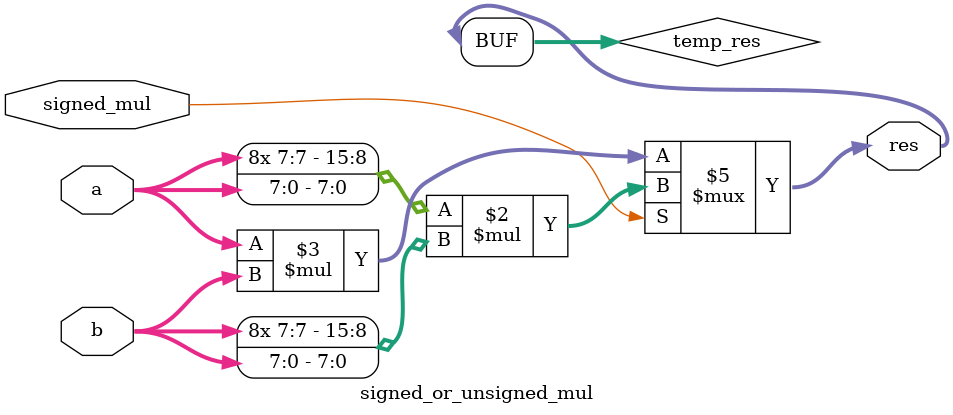
<source format=sv>


module signed_mul_4
(
  input  signed [3:0] a, b,
  output signed [7:0] res
);

  assign res = a * b;

endmodule

// A parameterized module
// that implements the unsigned multiplication of N-bit numbers
// which produces 2N-bit result

module unsigned_mul
# (
  parameter n = 8
)
(
  input  [    n - 1:0] a, b,
  output [2 * n - 1:0] res
);

  assign res = a * b;

endmodule

//----------------------------------------------------------------------------
// Task
//----------------------------------------------------------------------------

// Task:
//
// Implement a parameterized module
// that produces either signed or unsigned result
// of the multiplication depending on the 'signed_mul' input bit.

module signed_or_unsigned_mul
# (
  parameter n = 8
)
(
  input  [    n - 1:0] a, b,
  input                signed_mul,
  output [2 * n - 1:0] res
);

  logic [2 * n - 1:0] temp_res;
  always_comb begin
	  if (signed_mul)
		  temp_res = $signed(a) * $signed(b);
	  else
		  temp_res = a * b;
  end
  assign res = temp_res;
endmodule

</source>
